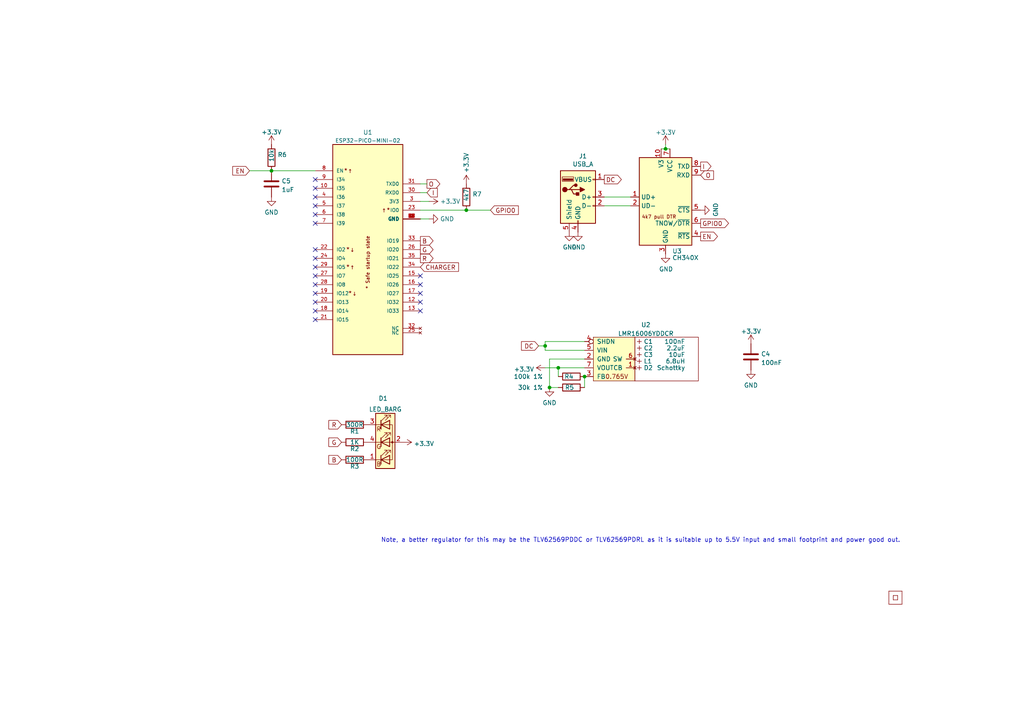
<source format=kicad_sch>
(kicad_sch (version 20230121) (generator eeschema)
  (paper "A4")
  (title_block (title "Generic ESP32 USB-A") (date "${DATE}") (rev "1") (comment 1 "@TheRealRevK") (comment 2 "www.me.uk"))
  (lib_symbols
    (symbol "Connector:USB_A" (pin_names (offset 1.016))
      (property "Reference" "J" (at -5.08 11.43 0))
      (property "Value" "USB_A" (at -5.08 8.89 0))
      (symbol "USB_A_0_1"
        (rectangle (start -5.08 -7.62) (end 5.08 7.62) (stroke (width 0.254)) (fill (type background)))
        (circle (center -3.81 2.159) (radius 0.635) (stroke (width 0.254)) (fill (type outline)))
        (rectangle (start -1.524 4.826) (end -4.318 5.334) (fill (type outline)))
        (rectangle (start -1.27 4.572) (end -4.572 5.842))
        (circle (center -0.635 3.429) (radius 0.381) (stroke (width 0.254)) (fill (type outline)))
        (rectangle (start -0.127 -7.62) (end 0.127 -6.858))
        (polyline (pts (xy -3.175 2.159) (xy -2.54 2.159) (xy -1.27 3.429) (xy -0.635 3.429)) (stroke (width 0.254)))
        (polyline (pts (xy -2.54 2.159) (xy -1.905 2.159) (xy -1.27 0.889) (xy 0 0.889)) (stroke (width 0.254)))
        (polyline (pts (xy 0.635 2.794) (xy 0.635 1.524) (xy 1.905 2.159) (xy 0.635 2.794)) (stroke (width 0.254)) (fill (type outline)))
        (rectangle (start 0.254 1.27) (end -0.508 0.508) (stroke (width 0.254)) (fill (type outline)))
        (rectangle (start 5.08 -2.667) (end 4.318 -2.413))
        (rectangle (start 5.08 -0.127) (end 4.318 0.127))
        (rectangle (start 5.08 4.953) (end 4.318 5.207))
      )
      (symbol "USB_A_1_1"
        (polyline (pts (xy -1.905 2.159) (xy 0.635 2.159)) (stroke (width 0.254)))
        (pin power_in line (at 7.62 5.08 180) (length 2.54) (name "VBUS") (number "1"))
        (pin bidirectional line (at 7.62 -2.54 180) (length 2.54) (name "D-") (number "2"))
        (pin bidirectional line (at 7.62 0 180) (length 2.54) (name "D+") (number "3"))
        (pin power_in line (at 0 -10.16 90) (length 2.54) (name "GND") (number "4"))
        (pin passive line (at -2.54 -10.16 90) (length 2.54) (name "Shield") (number "5"))
      )
    )
    (symbol "Device:C" (pin_numbers hide) (pin_names (offset 0.254))
      (property "Reference" "C" (at 0.635 2.54 0))
      (property "Value" "C" (at 0.635 -2.54 0))
      (symbol "C_0_1"
        (polyline (pts (xy -2.032 -0.762) (xy 2.032 -0.762)) (stroke (width 0.508)))
        (polyline (pts (xy -2.032 0.762) (xy 2.032 0.762)) (stroke (width 0.508)))
      )
      (symbol "C_1_1"
        (pin passive line (at 0 3.81 270) (length 2.794) (name "~") (number "1"))
        (pin passive line (at 0 -3.81 90) (length 2.794) (name "~") (number "2"))
      )
    )
    (symbol "Device:LED_BARG" (pin_names (offset 0) hide)
      (property "Reference" "D" (at 0 9.398 0))
      (property "Value" "LED_BARG" (at 0 -8.89 0))
      (symbol "LED_BARG_0_0"
        (text "B" (at -1.905 -6.35 0) (effects (font (size 1.27 1.27))))
        (text "G" (at -1.905 -1.27 0) (effects (font (size 1.27 1.27))))
        (text "R" (at -1.905 3.81 0) (effects (font (size 1.27 1.27))))
      )
      (symbol "LED_BARG_0_1"
        (polyline (pts (xy -1.27 -5.08) (xy -2.54 -5.08)))
        (polyline (pts (xy -1.27 -5.08) (xy 1.27 -5.08)))
        (polyline (pts (xy -1.27 -3.81) (xy -1.27 -6.35)) (stroke (width 0.254)))
        (polyline (pts (xy -1.27 0) (xy -2.54 0)))
        (polyline (pts (xy -1.27 1.27) (xy -1.27 -1.27)) (stroke (width 0.254)))
        (polyline (pts (xy -1.27 5.08) (xy -2.54 5.08)))
        (polyline (pts (xy -1.27 5.08) (xy 1.27 5.08)))
        (polyline (pts (xy -1.27 6.35) (xy -1.27 3.81)) (stroke (width 0.254)))
        (polyline (pts (xy 1.27 0) (xy -1.27 0)))
        (polyline (pts (xy 1.27 0) (xy 2.54 0)))
        (polyline (pts (xy -1.27 1.27) (xy -1.27 -1.27) (xy -1.27 -1.27)))
        (polyline (pts (xy -1.27 6.35) (xy -1.27 3.81) (xy -1.27 3.81)))
        (polyline (pts (xy 1.27 -5.08) (xy 2.032 -5.08) (xy 2.032 5.08) (xy 1.27 5.08)))
        (polyline (pts (xy 1.27 -3.81) (xy 1.27 -6.35) (xy -1.27 -5.08) (xy 1.27 -3.81)) (stroke (width 0.254)))
        (polyline (pts (xy 1.27 1.27) (xy 1.27 -1.27) (xy -1.27 0) (xy 1.27 1.27)) (stroke (width 0.254)))
        (polyline (pts (xy 1.27 6.35) (xy 1.27 3.81) (xy -1.27 5.08) (xy 1.27 6.35)) (stroke (width 0.254)))
        (polyline (pts (xy -1.016 -3.81) (xy 0.508 -2.286) (xy -0.254 -2.286) (xy 0.508 -2.286) (xy 0.508 -3.048)))
        (polyline (pts (xy -1.016 1.27) (xy 0.508 2.794) (xy -0.254 2.794) (xy 0.508 2.794) (xy 0.508 2.032)))
        (polyline (pts (xy -1.016 6.35) (xy 0.508 7.874) (xy -0.254 7.874) (xy 0.508 7.874) (xy 0.508 7.112)))
        (polyline (pts (xy 0 -3.81) (xy 1.524 -2.286) (xy 0.762 -2.286) (xy 1.524 -2.286) (xy 1.524 -3.048)))
        (polyline (pts (xy 0 1.27) (xy 1.524 2.794) (xy 0.762 2.794) (xy 1.524 2.794) (xy 1.524 2.032)))
        (polyline (pts (xy 0 6.35) (xy 1.524 7.874) (xy 0.762 7.874) (xy 1.524 7.874) (xy 1.524 7.112)))
        (rectangle (start 1.27 -1.27) (end 1.27 1.27))
        (rectangle (start 1.27 1.27) (end 1.27 1.27))
        (rectangle (start 1.27 3.81) (end 1.27 6.35))
        (rectangle (start 1.27 6.35) (end 1.27 6.35))
        (circle (center 2.032 0) (radius 0.254) (fill (type outline)))
        (rectangle (start 2.794 8.382) (end -2.794 -7.62) (stroke (width 0.254)) (fill (type background)))
      )
      (symbol "LED_BARG_1_1"
        (pin passive line (at -5.08 -5.08 0) (length 2.54) (name "BK") (number "1"))
        (pin passive line (at 5.08 0 180) (length 2.54) (name "A") (number "2"))
        (pin passive line (at -5.08 5.08 0) (length 2.54) (name "RK") (number "3"))
        (pin passive line (at -5.08 0 0) (length 2.54) (name "GK") (number "4"))
      )
    )
    (symbol "Device:R" (pin_numbers hide) (pin_names (offset 0))
      (property "Reference" "R" (at 2.032 0 90))
      (property "Value" "R" (at 0 0 90))
      (symbol "R_0_1"
        (rectangle (start -1.016 -2.54) (end 1.016 2.54) (stroke (width 0.254)))
      )
      (symbol "R_1_1"
        (pin passive line (at 0 3.81 270) (length 1.27) (name "~") (number "1"))
        (pin passive line (at 0 -3.81 90) (length 1.27) (name "~") (number "2"))
      )
    )
    (symbol "GND_5" (power) (pin_names (offset 0))
      (property "Value" "GND_5" (at 0 -3.81 0))
      (symbol "GND_5_0_1"
        (polyline (pts (xy 0 0) (xy 0 -1.27) (xy 1.27 -1.27) (xy 0 -2.54) (xy -1.27 -1.27) (xy 0 -1.27)))
      )
      (symbol "GND_5_1_1"
        (pin power_in line (at 0 0 270) (length 0) hide (name "GND") (number "1"))
      )
    )
    (symbol "RevK:CH340X"
      (property "Reference" "U" (at -5.08 13.97 0))
      (property "Value" "CH340X" (at -3.81 4.445 0))
      (symbol "CH340X_0_1"
        (rectangle (start -7.62 12.7) (end 7.62 -12.7) (stroke (width 0.254)) (fill (type background)))
      )
      (symbol "CH340X_1_1"
        (text "4k7 pull DTR" (at -1.905 -4.445 0) (effects (font (size 1 1))))
        (pin bidirectional line (at -10.16 1.27 0) (length 2.54) (name "UD+") (number "1"))
        (pin passive line (at -1.27 15.24 270) (length 2.54) (name "V3") (number "10"))
        (pin bidirectional line (at -10.16 -1.27 0) (length 2.54) (name "UD-") (number "2"))
        (pin power_in line (at 0 -15.24 90) (length 2.54) (name "GND") (number "3"))
        (pin output line (at 10.16 -10.16 180) (length 2.54) (name "~{RTS}") (number "4"))
        (pin input line (at 10.16 -2.54 180) (length 2.54) (name "~{CTS}") (number "5"))
        (pin output line (at 10.16 -6.35 180) (length 2.54) (name "TNOW/~{DTR}") (number "6"))
        (pin power_in line (at 1.27 15.24 270) (length 2.54) (name "VCC") (number "7"))
        (pin output line (at 10.16 10.16 180) (length 2.54) (name "TXD") (number "8"))
        (pin input line (at 10.16 7.62 180) (length 2.54) (name "RXD") (number "9"))
      )
    )
    (symbol "RevK:ESP32-PICO-MINI-02" (pin_names (offset 1.016))
      (property "Reference" "U" (at -10.16 -33.02 0))
      (property "Value" "ESP32-PICO-MINI-02" (at 0 27.94 0))
      (symbol "ESP32-PICO-MINI-02_0_0"
        (rectangle (start -10.16 -30.48) (end 10.16 30.48) (stroke (width 0.254)) (fill (type background)))
        (text "* Safe startup state" (at 0 -11.43 900) (effects (font (size 1 1)) (justify left)))
        (text "*↑" (at -6.985 22.86 0) (effects (font (size 1.27 1.27)) (justify left)))
        (text "*↑" (at -6.35 -5.08 0) (effects (font (size 1.27 1.27)) (justify left)))
        (text "*↓" (at -6.35 0 0) (effects (font (size 1.27 1.27)) (justify left)))
        (text "*↓" (at -5.715 -12.7 0) (effects (font (size 1.27 1.27)) (justify left)))
        (text "↑*" (at 3.81 11.43 0) (effects (font (size 1.27 1.27)) (justify left)))
        (pin power_in line (at 15.24 8.89 180) (length 5.08) (name "GND") (number "1"))
        (pin input line (at -15.24 17.78 0) (length 5.08) (name "I35") (number "10"))
        (pin power_in line (at 15.24 8.89 180) (length 5.08) (name "GND") (number "11"))
        (pin bidirectional line (at 15.24 -15.24 180) (length 5.08) (name "IO32") (number "12"))
        (pin bidirectional line (at 15.24 -17.78 180) (length 5.08) (name "IO33") (number "13"))
        (pin power_in line (at 15.24 8.89 180) (length 5.08) (name "GND") (number "14"))
        (pin bidirectional line (at 15.24 -7.62 180) (length 5.08) (name "IO25") (number "15"))
        (pin bidirectional line (at 15.24 -10.16 180) (length 5.08) (name "IO26") (number "16"))
        (pin bidirectional line (at 15.24 -12.7 180) (length 5.08) (name "IO27") (number "17"))
        (pin bidirectional line (at -15.24 -17.78 0) (length 5.08) (name "IO14") (number "18"))
        (pin bidirectional line (at -15.24 -12.7 0) (length 5.08) (name "IO12") (number "19"))
        (pin power_in line (at 15.24 8.89 180) (length 5.08) (name "GND") (number "2"))
        (pin bidirectional line (at -15.24 -15.24 0) (length 5.08) (name "IO13") (number "20"))
        (pin bidirectional line (at -15.24 -20.32 0) (length 5.08) (name "IO15") (number "21"))
        (pin bidirectional line (at -15.24 0 0) (length 5.08) (name "IO2") (number "22"))
        (pin bidirectional line (at 15.24 11.43 180) (length 5.08) (name "IO0") (number "23"))
        (pin bidirectional line (at -15.24 -2.54 0) (length 5.08) (name "IO4") (number "24"))
        (pin no_connect line (at 15.24 -24.13 180) (length 5.08) (name "NC") (number "25"))
        (pin bidirectional line (at 15.24 0 180) (length 5.08) (name "IO20") (number "26"))
        (pin bidirectional line (at -15.24 -7.62 0) (length 5.08) (name "IO7") (number "27"))
        (pin bidirectional line (at -15.24 -10.16 0) (length 5.08) (name "IO8") (number "28"))
        (pin bidirectional line (at -15.24 -5.08 0) (length 5.08) (name "IO5") (number "29"))
        (pin power_in line (at 15.24 13.97 180) (length 5.08) (name "3V3") (number "3"))
        (pin bidirectional line (at 15.24 16.51 180) (length 5.08) (name "RXD0") (number "30"))
        (pin bidirectional line (at 15.24 19.05 180) (length 5.08) (name "TXD0") (number "31"))
        (pin no_connect line (at 15.24 -22.86 180) (length 5.08) (name "NC") (number "32"))
        (pin bidirectional line (at 15.24 2.54 180) (length 5.08) (name "IO19") (number "33"))
        (pin bidirectional line (at 15.24 -5.08 180) (length 5.08) (name "IO22") (number "34"))
        (pin bidirectional line (at 15.24 -2.54 180) (length 5.08) (name "IO21") (number "35"))
        (pin power_in line (at 15.24 8.89 180) (length 5.08) (name "GND") (number "36"))
        (pin power_in line (at 15.24 8.89 180) (length 5.08) (name "GND") (number "37"))
        (pin power_in line (at 15.24 8.89 180) (length 5.08) (name "GND") (number "38"))
        (pin power_in line (at 15.24 8.89 180) (length 5.08) (name "GND") (number "39"))
        (pin input line (at -15.24 15.24 0) (length 5.08) (name "I36") (number "4"))
        (pin power_in line (at 15.24 8.89 180) (length 5.08) (name "GND") (number "40"))
        (pin power_in line (at 15.24 8.89 180) (length 5.08) (name "GND") (number "41"))
        (pin power_in line (at 15.24 8.89 180) (length 5.08) (name "GND") (number "42"))
        (pin power_in line (at 15.24 8.89 180) (length 5.08) (name "GND") (number "43"))
        (pin power_in line (at 15.24 8.89 180) (length 5.08) (name "GND") (number "44"))
        (pin power_in line (at 15.24 8.89 180) (length 5.08) (name "GND") (number "45"))
        (pin power_in line (at 15.24 8.89 180) (length 5.08) (name "GND") (number "46"))
        (pin power_in line (at 15.24 8.89 180) (length 5.08) (name "GND") (number "47"))
        (pin power_in line (at 15.24 8.89 180) (length 5.08) (name "GND") (number "48"))
        (pin power_in line (at 15.24 8.89 180) (length 5.08) (name "GND") (number "49"))
        (pin input line (at -15.24 12.7 0) (length 5.08) (name "I37") (number "5"))
        (pin power_in line (at 15.24 8.89 180) (length 5.08) (name "GND") (number "50"))
        (pin power_in line (at 15.24 8.89 180) (length 5.08) (name "GND") (number "51"))
        (pin power_in line (at 15.24 8.89 180) (length 5.08) (name "GND") (number "52"))
        (pin power_in line (at 15.24 8.89 180) (length 5.08) (name "GND") (number "53"))
        (pin input line (at -15.24 10.16 0) (length 5.08) (name "I38") (number "6"))
        (pin input line (at -15.24 7.62 0) (length 5.08) (name "I39") (number "7"))
        (pin input line (at -15.24 22.86 0) (length 5.08) (name "EN") (number "8"))
        (pin input line (at -15.24 20.32 0) (length 5.08) (name "I34") (number "9"))
      )
    )
    (symbol "RevK:Hidden" (pin_names (offset 1.016))
      (property "Reference" "Z" (at 0.635 0 0))
      (property "Value" "Hidden" (at 4.445 0 0))
      (symbol "Hidden_0_1"
        (polyline (pts (xy -0.635 0) (xy 0.635 0)) (stroke (width 0.1524)))
        (polyline (pts (xy 0 0.635) (xy 0 -0.635)) (stroke (width 0.1524)))
      )
      (symbol "Hidden_1_1"
        (pin no_connect non_logic (at 0 -2.54 90) (length 2.54) hide (name "~") (number "~"))
      )
    )
    (symbol "RevK:LMR16006XDDCR" (pin_names (offset 1.016))
      (property "Reference" "U" (at 11.43 2.54 0))
      (property "Value" "LMR16006XDDCR" (at 7.62 -12.7 0))
      (symbol "LMR16006XDDCR_0_0"
        (rectangle (start 2.54 1.27) (end 14.605 -11.43) (fill (type background)))
        (text "0.765V" (at 12.7 -10.16 0) (effects (font (size 1.27 1.27)) (justify right)))
      )
      (symbol "LMR16006XDDCR_0_1"
        (rectangle (start 14.605 1.27) (end 33.02 -11.43))
      )
      (symbol "LMR16006XDDCR_1_1"
        (pin no_connect line (at 14.605 -7.62 180) (length 2.54) (name "CB") (number "1"))
        (pin power_in line (at 0 -5.08 0) (length 2.54) (name "GND") (number "2"))
        (pin passive line (at 0 -10.16 0) (length 2.54) (name "FB") (number "3"))
        (pin input inverted (at 0 0 0) (length 2.54) (name "SHDN") (number "4"))
        (pin power_in line (at 0 -2.54 0) (length 2.54) (name "VIN") (number "5"))
        (pin no_connect line (at 14.605 -5.08 180) (length 2.54) (name "SW") (number "6"))
        (pin power_out line (at 0 -7.62 0) (length 2.54) (name "VOUT") (number "7"))
      )
    )
    (symbol "RevK:QR" (pin_names (offset 1.016)) (in_bom no)
      (symbol "QR_0_1"
        (rectangle (start -1.905 -1.905) (end -1.905 1.905))
        (rectangle (start -1.905 1.905) (end 1.905 1.905))
        (rectangle (start -0.635 -0.635) (end -0.635 0.635))
        (rectangle (start -0.635 0.635) (end 0.635 0.635))
        (rectangle (start 0.635 -0.635) (end -0.635 -0.635))
        (rectangle (start 0.635 0.635) (end 0.635 -0.635))
        (rectangle (start 1.905 -1.905) (end -1.905 -1.905))
        (rectangle (start 1.905 1.905) (end 1.905 -1.905))
      )
    )
    (symbol "power:+3.3V" (power) (pin_names (offset 0))
      (property "Value" "+3.3V" (at 0 3.556 0))
      (symbol "+3.3V_0_1"
        (polyline (pts (xy -0.762 1.27) (xy 0 2.54)))
        (polyline (pts (xy 0 0) (xy 0 2.54)))
        (polyline (pts (xy 0 2.54) (xy 0.762 1.27)))
      )
      (symbol "+3.3V_1_1"
        (pin power_in line (at 0 0 90) (length 0) hide (name "+3.3V") (number "1"))
      )
    )
    (symbol "power:GND" (power) (pin_names (offset 0))
      (property "Value" "GND" (at 0 -3.81 0))
      (symbol "GND_0_1"
        (polyline (pts (xy 0 0) (xy 0 -1.27) (xy 1.27 -1.27) (xy 0 -2.54) (xy -1.27 -1.27) (xy 0 -1.27)))
      )
      (symbol "GND_1_1"
        (pin power_in line (at 0 0 270) (length 0) hide (name "GND") (number "1"))
      )
    )
  )
  (junction (at 193.04 43.18))
  (junction (at 135.255 60.96))
  (junction (at 161.925 106.68))
  (junction (at 78.74 49.53))
  (junction (at 158.115 100.33))
  (junction (at 169.545 109.22))
  (junction (at 159.385 112.395))
  (no_connect (at 121.92 80.01))
  (no_connect (at 91.44 90.17))
  (no_connect (at 91.44 87.63))
  (no_connect (at 91.44 92.71))
  (no_connect (at 91.44 77.47))
  (no_connect (at 91.44 74.93))
  (no_connect (at 121.92 87.63))
  (no_connect (at 91.44 82.55))
  (no_connect (at 91.44 52.07))
  (no_connect (at 91.44 59.69))
  (no_connect (at 91.44 62.23))
  (no_connect (at 91.44 64.77))
  (no_connect (at 91.44 80.01))
  (no_connect (at 121.92 85.09))
  (no_connect (at 121.92 82.55))
  (no_connect (at 121.92 90.17))
  (no_connect (at 91.44 54.61))
  (no_connect (at 91.44 85.09))
  (no_connect (at 91.44 57.15))
  (no_connect (at 91.44 72.39))
  (wire (pts (xy 121.92 60.96) (xy 135.255 60.96)))
  (wire (pts (xy 156.21 100.33) (xy 158.115 100.33)))
  (wire (pts (xy 121.92 63.5) (xy 124.46 63.5)))
  (wire (pts (xy 161.925 112.395) (xy 159.385 112.395)))
  (wire (pts (xy 158.115 100.33) (xy 158.115 101.6)))
  (wire (pts (xy 159.385 112.395) (xy 159.385 104.14)))
  (wire (pts (xy 121.92 58.42) (xy 124.46 58.42)))
  (wire (pts (xy 135.255 60.96) (xy 142.24 60.96)))
  (wire (pts (xy 169.545 109.22) (xy 169.545 112.395)))
  (wire (pts (xy 78.74 49.53) (xy 91.44 49.53)))
  (wire (pts (xy 72.39 49.53) (xy 78.74 49.53)))
  (wire (pts (xy 158.115 106.68) (xy 161.925 106.68)))
  (wire (pts (xy 158.115 101.6) (xy 169.545 101.6)))
  (wire (pts (xy 159.385 104.14) (xy 169.545 104.14)))
  (wire (pts (xy 158.115 99.06) (xy 169.545 99.06)))
  (wire (pts (xy 191.77 43.18) (xy 193.04 43.18)))
  (wire (pts (xy 158.115 99.06) (xy 158.115 100.33)))
  (wire (pts (xy 121.92 53.34) (xy 123.825 53.34)))
  (wire (pts (xy 193.04 43.18) (xy 194.31 43.18)))
  (wire (pts (xy 121.92 55.88) (xy 123.825 55.88)))
  (wire (pts (xy 175.26 57.15) (xy 182.88 57.15)))
  (wire (pts (xy 161.925 106.68) (xy 169.545 106.68)))
  (wire (pts (xy 175.26 59.69) (xy 182.88 59.69)))
  (wire (pts (xy 193.04 41.91) (xy 193.04 43.18)))
  (wire (pts (xy 161.925 109.22) (xy 161.925 106.68)))
  (text "Note, a better regulator for this may be the TLV62569PDDC or TLV62569PDRL as it is suitable up to 5.5V input and small footprint and power good out." (at 110.49 157.48 0) (effects (font (size 1.27 1.27)) (justify left bottom)))
  (global_label "I" (shape output) (at 203.2 48.26 0) (property "Intersheetrefs" "${INTERSHEET_REFS}" (effects hide)))
  (global_label "G" (shape input) (at 99.06 128.27 180) (property "Intersheetrefs" "${INTERSHEET_REFS}" (effects hide)))
  (global_label "G" (shape output) (at 121.92 72.39 0) (property "Intersheetrefs" "${INTERSHEET_REFS}" (effects hide)))
  (global_label "GPIO0" (shape output) (at 203.2 64.77 0) (property "Intersheetrefs" "${INTERSHEET_REFS}" (effects hide)))
  (global_label "EN" (shape output) (at 203.2 68.58 0) (property "Intersheetrefs" "${INTERSHEET_REFS}" (effects hide)))
  (global_label "EN" (shape input) (at 72.39 49.53 180) (property "Intersheetrefs" "${INTERSHEET_REFS}" (effects hide)))
  (global_label "R" (shape output) (at 121.92 74.93 0) (property "Intersheetrefs" "${INTERSHEET_REFS}" (effects hide)))
  (global_label "R" (shape input) (at 99.06 123.19 180) (property "Intersheetrefs" "${INTERSHEET_REFS}" (effects hide)))
  (global_label "CHARGER" (shape input) (at 121.92 77.47 0) (property "Intersheetrefs" "${INTERSHEET_REFS}" (effects hide)))
  (global_label "O" (shape output) (at 123.825 53.34 0) (property "Intersheetrefs" "${INTERSHEET_REFS}" (effects hide)))
  (global_label "O" (shape input) (at 203.2 50.8 0) (property "Intersheetrefs" "${INTERSHEET_REFS}" (effects hide)))
  (global_label "GPIO0" (shape input) (at 142.24 60.96 0) (property "Intersheetrefs" "${INTERSHEET_REFS}" (effects hide)))
  (global_label "DC" (shape output) (at 175.26 52.07 0) (property "Intersheetrefs" "${INTERSHEET_REFS}" (effects hide)))
  (global_label "B" (shape input) (at 99.06 133.35 180) (property "Intersheetrefs" "${INTERSHEET_REFS}" (effects hide)))
  (global_label "DC" (shape input) (at 156.21 100.33 180) (property "Intersheetrefs" "${INTERSHEET_REFS}" (effects hide)))
  (global_label "B" (shape output) (at 121.92 69.85 0) (property "Intersheetrefs" "${INTERSHEET_REFS}" (effects hide)))
  (global_label "I" (shape input) (at 123.825 55.88 0) (property "Intersheetrefs" "${INTERSHEET_REFS}" (effects hide)))
  (symbol (lib_id "Connector:USB_A") (at 167.64 57.15 0) (unit 1) (in_bom no)
    (property "Reference" "J1" (at 169.0878 45.2882 0))
    (property "Value" "USB_A" (at 169.0878 47.5996 0))
    (property "Footprint" "RevK:USB-A-PCB" (effects hide))
    (property "Datasheet" " ~" (effects hide))
  )
  (symbol (lib_id "power:GND") (at 165.1 67.31 0) (unit 1)
    (property "Reference" "#PWR06" (effects hide))
    (property "Value" "GND" (at 165.227 71.7042 0))
  )
  (symbol (lib_id "power:GND") (at 167.64 67.31 0) (unit 1)
    (property "Reference" "#PWR07" (effects hide))
    (property "Value" "GND" (at 167.767 71.7042 0))
  )
  (symbol (lib_id "RevK:QR") (at 259.715 173.355 0) (unit 1) (in_bom no)
    (property "Reference" "U4" (effects hide))
    (property "Value" "QR" (effects hide))
    (property "Footprint" "RevK:QR-GENERIC" (effects hide))
    (property "Note" "Non part, PCB printed" (effects hide))
  )
  (symbol (lib_id "power:+3.3V") (at 135.255 53.34 0) (unit 1)
    (property "Reference" "#PWR04" (effects hide))
    (property "Value" "+3.3V" (at 135.255 50.165 90) (effects (justify left)))
  )
  (symbol (lib_id "Device:LED_BARG") (at 111.76 128.27 0) (unit 1)
    (property "Reference" "D1" (at 111.125 115.5532 0))
    (property "Value" "LED_BARG" (at 111.76 118.7251 0))
    (property "Footprint" "RevK:MHS190RGBCT" (effects hide))
    (property "LCSC Part #" "C409798" (effects hide))
  )
  (symbol (lib_id "power:+3.3V") (at 158.115 106.68 90) (unit 1)
    (property "Reference" "#PWR0107" (effects hide))
    (property "Value" "+3.3V" (at 154.94 107.1138 90) (effects (justify left)))
  )
  (symbol (lib_id "Device:R") (at 135.255 57.15 0) (unit 1)
    (property "Reference" "R7" (at 137.033 56.3153 0) (effects (justify left)))
    (property "Value" "4k7" (at 135.255 58.42 90) (effects (justify left)))
    (property "Footprint" "RevK:R_0603" (effects hide))
  )
  (symbol (lib_id "power:+3.3V") (at 217.805 99.695 0) (unit 1)
    (property "Reference" "#PWR0106" (effects hide))
    (property "Value" "+3.3V" (at 217.805 96.1192 0))
  )
  (symbol (lib_id "power:+3.3V") (at 116.84 128.27 270) (unit 1)
    (property "Reference" "#PWR0108" (effects hide))
    (property "Value" "+3.3V" (at 120.015 128.7038 90) (effects (justify left)))
  )
  (symbol (lib_id "Device:R") (at 102.87 133.35 270) (unit 1)
    (property "Reference" "R3" (at 102.87 135.255 90))
    (property "Value" "100R" (at 102.87 133.35 90))
    (property "Footprint" "RevK:R_0603" (effects hide))
    (property "Part No" "0603-220R" (effects hide))
  )
  (symbol (lib_id "RevK:Hidden") (at 185.42 102.87 0) (unit 1)
    (property "Reference" "C3" (at 186.69 102.87 0) (effects (justify left)))
    (property "Value" "10uF" (at 198.755 102.87 0) (effects (justify right)))
    (property "Footprint" "RevK:C_0805_" (effects hide))
    (property "LCSC Part #" "C17024" (effects hide))
  )
  (symbol (lib_id "RevK:Hidden") (at 185.42 100.965 0) (unit 1)
    (property "Reference" "C2" (at 186.69 100.965 0) (effects (justify left)))
    (property "Value" "2.2uF" (at 198.755 100.965 0) (effects (justify right)))
    (property "Footprint" "RevK:C_0805_" (effects hide))
    (property "LCSC Part #" "C19110" (effects hide))
  )
  (symbol (lib_id "RevK:CH340X") (at 193.04 58.42 0) (unit 1)
    (property "Reference" "U3" (at 194.9959 72.8425 0) (effects (justify left)))
    (property "Value" "CH340X" (at 194.9959 74.7635 0) (effects (justify left)))
    (property "Footprint" "RevK:CH340X" (effects hide))
    (property "Datasheet" "https://www.mpja.com/download/35227cpdata.pdf" (effects hide))
    (property "LCSC Part #" "C3035748" (effects hide))
    (property "JLCPCB Rotation Offset" "-90" (effects hide))
  )
  (symbol (lib_id "Device:R") (at 78.74 45.72 0) (unit 1)
    (property "Reference" "R6" (at 80.518 44.8853 0) (effects (justify left)))
    (property "Value" "10k" (at 78.74 46.99 90) (effects (justify left)))
    (property "Footprint" "RevK:R_0603" (effects hide))
  )
  (symbol (lib_id "power:GND") (at 193.04 73.66 0) (unit 1)
    (property "Reference" "#PWR01" (effects hide))
    (property "Value" "GND" (at 193.167 78.0542 0))
  )
  (symbol (lib_id "power:+3.3V") (at 78.74 41.91 0) (unit 1)
    (property "Reference" "#PWR0103" (effects hide))
    (property "Value" "+3.3V" (at 78.74 38.3342 0))
  )
  (symbol (lib_id "power:GND") (at 124.46 63.5 90) (unit 1)
    (property "Reference" "#PWR0102" (effects hide))
    (property "Value" "GND" (at 127.635 63.5 90) (effects (justify right)))
  )
  (symbol (lib_id "RevK:ESP32-PICO-MINI-02") (at 106.68 72.39 0) (unit 1)
    (property "Reference" "U1" (at 106.68 38.3998 0))
    (property "Value" "ESP32-PICO-MINI-02" (at 106.68 40.7839 0) (effects (font (size 1.1 1.1))))
    (property "Footprint" "RevK:ESP32-PICO-MINI-02" (effects hide))
    (property "MANUFACTURER" "Espressif" (effects hide))
    (property "MAXIMUM_PACKAGE_HEIGHT" "2.55mm" (effects hide))
    (property "PARTREV" "v1.0" (effects hide))
    (property "STANDARD" "Manufacturer Recommendations" (effects hide))
    (property "LCSC Part #" "C2980306" (effects hide))
    (property "JLCPCB Rotation Offset" "180" (effects hide))
  )
  (symbol (lib_id "Device:R") (at 165.735 112.395 90) (unit 1)
    (property "Reference" "R5" (at 163.83 112.395 90) (effects (justify right)))
    (property "Value" "30k 1%" (at 157.48 112.395 90) (effects (justify left)))
    (property "Footprint" "RevK:R_0603" (effects hide))
    (property "LCSC Part #" "C100001" (effects hide))
  )
  (symbol (lib_id "power:+3.3V") (at 193.04 41.91 0) (unit 1)
    (property "Reference" "#PWR03" (effects hide))
    (property "Value" "+3.3V" (at 193.04 38.4081 0))
  )
  (symbol (lib_id "power:GND") (at 203.2 60.96 90) (unit 1)
    (property "Reference" "#PWR02" (effects hide))
    (property "Value" "GND" (at 207.5942 60.833 0))
  )
  (symbol (lib_id "Device:R") (at 165.735 109.22 90) (unit 1)
    (property "Reference" "R4" (at 166.37 109.22 90) (effects (justify left)))
    (property "Value" "100k 1%" (at 157.48 109.22 90) (effects (justify left)))
    (property "Footprint" "RevK:R_0603" (effects hide))
    (property "LCSC Part #" "C14675" (effects hide))
  )
  (symbol (lib_id "Device:R") (at 102.87 123.19 270) (unit 1)
    (property "Reference" "R1" (at 102.87 125.095 90))
    (property "Value" "300R" (at 102.87 123.19 90))
    (property "Footprint" "RevK:R_0603" (effects hide))
    (property "Part No" "0603-680R" (effects hide))
  )
  (symbol (lib_id "power:GND") (at 217.805 107.315 0) (unit 1)
    (property "Reference" "#PWR0105" (effects hide))
    (property "Value" "GND" (at 217.805 111.7584 0))
  )
  (symbol (lib_id "RevK:Hidden") (at 185.42 99.06 0) (unit 1)
    (property "Reference" "C1" (at 186.69 99.06 0) (effects (justify left)))
    (property "Value" "100nF" (at 198.755 99.06 0) (effects (justify right)))
    (property "Footprint" "RevK:C_0603_" (effects hide))
    (property "Note" "X7R or X5R 0603" (effects hide))
    (property "LCSC Part #" "C30926" (effects hide))
  )
  (symbol (lib_id "RevK:Hidden") (at 185.42 106.68 0) (unit 1)
    (property "Reference" "D2" (at 186.69 106.68 0) (effects (justify left)))
    (property "Value" "Schottky" (at 198.755 106.68 0) (effects (justify right)))
    (property "Footprint" "RevK:D_1206_" (effects hide))
    (property "Datasheet" "https://www.mouser.co.uk/datasheet/2/54/CD1206-B220_B2100-777245.pdf" (effects hide))
    (property "Manufacturer" "Bourns" (effects hide))
    (property "LCSC Part #" "C143805" (effects hide))
    (property "JLCPCB Rotation Offset" "0" (effects hide))
  )
  (symbol (lib_id "Device:C") (at 78.74 53.34 180) (unit 1)
    (property "Reference" "C5" (at 81.661 52.5053 0) (effects (justify right)))
    (property "Value" "1uF" (at 81.661 55.0422 0) (effects (justify right)))
    (property "Footprint" "RevK:C_0603" (effects hide))
    (property "Part No" "0603-10nF-50V" (effects hide))
  )
  (symbol (lib_id "Device:C") (at 217.805 103.505 0) (unit 1)
    (property "Reference" "C4" (at 220.726 102.6703 0) (effects (justify left)))
    (property "Value" "100nF" (at 220.726 105.2072 0) (effects (justify left)))
    (property "Footprint" "RevK:C_0603" (effects hide))
    (property "Part No" "0603-100nF-25V" (effects hide))
  )
  (symbol (lib_id "RevK:LMR16006XDDCR") (at 169.545 99.06 0) (unit 1)
    (property "Reference" "U2" (at 187.325 94.2172 0))
    (property "Value" "LMR16006YDDCR" (at 187.325 96.7541 0))
    (property "Footprint" "RevK:SOT-23-Thin-6-Reg" (effects hide))
    (property "Manufacturer" "TI" (effects hide))
    (property "Part No" "LMR16006YDDCR" (effects hide))
    (property "LCSC Part #" "C290195" (effects hide))
    (property "JLCPCB Rotation Offset" "180" (effects hide))
  )
  (symbol (lib_id "Device:R") (at 102.87 128.27 270) (unit 1)
    (property "Reference" "R2" (at 102.87 130.175 90))
    (property "Value" "1K" (at 102.87 128.27 90))
    (property "Footprint" "RevK:R_0603" (effects hide))
    (property "Part No" "0603-2K" (effects hide))
  )
  (symbol (lib_name "GND_5") (lib_id "power:GND") (at 159.385 112.395 0) (unit 1)
    (property "Reference" "#PWR0104" (effects hide))
    (property "Value" "GND" (at 159.385 116.8384 0))
  )
  (symbol (lib_id "power:GND") (at 78.74 57.15 0) (unit 1)
    (property "Reference" "#PWR0110" (effects hide))
    (property "Value" "GND" (at 78.74 61.5934 0))
  )
  (symbol (lib_id "power:+3.3V") (at 124.46 58.42 270) (unit 1)
    (property "Reference" "#PWR0101" (effects hide))
    (property "Value" "+3.3V" (at 127.635 58.42 90) (effects (justify left)))
  )
  (symbol (lib_id "RevK:Hidden") (at 185.42 104.775 0) (unit 1)
    (property "Reference" "L1" (at 186.69 104.775 0) (effects (justify left)))
    (property "Value" "6.8uH" (at 198.755 104.775 0) (effects (justify right)))
    (property "Footprint" "RevK:L_4x4_" (effects hide))
    (property "LCSC Part #" "C354575" (effects hide))
  )
)
</source>
